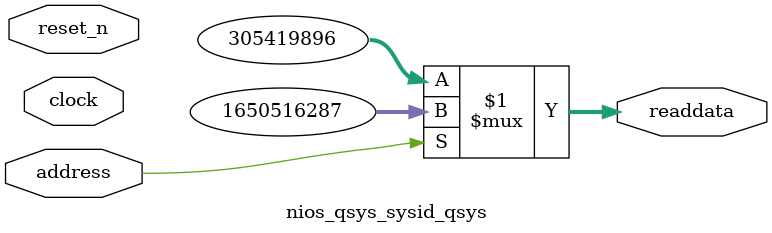
<source format=v>



// synthesis translate_off
`timescale 1ns / 1ps
// synthesis translate_on

// turn off superfluous verilog processor warnings 
// altera message_level Level1 
// altera message_off 10034 10035 10036 10037 10230 10240 10030 

module nios_qsys_sysid_qsys (
               // inputs:
                address,
                clock,
                reset_n,

               // outputs:
                readdata
             )
;

  output  [ 31: 0] readdata;
  input            address;
  input            clock;
  input            reset_n;

  wire    [ 31: 0] readdata;
  //control_slave, which is an e_avalon_slave
  assign readdata = address ? 1650516287 : 305419896;

endmodule



</source>
